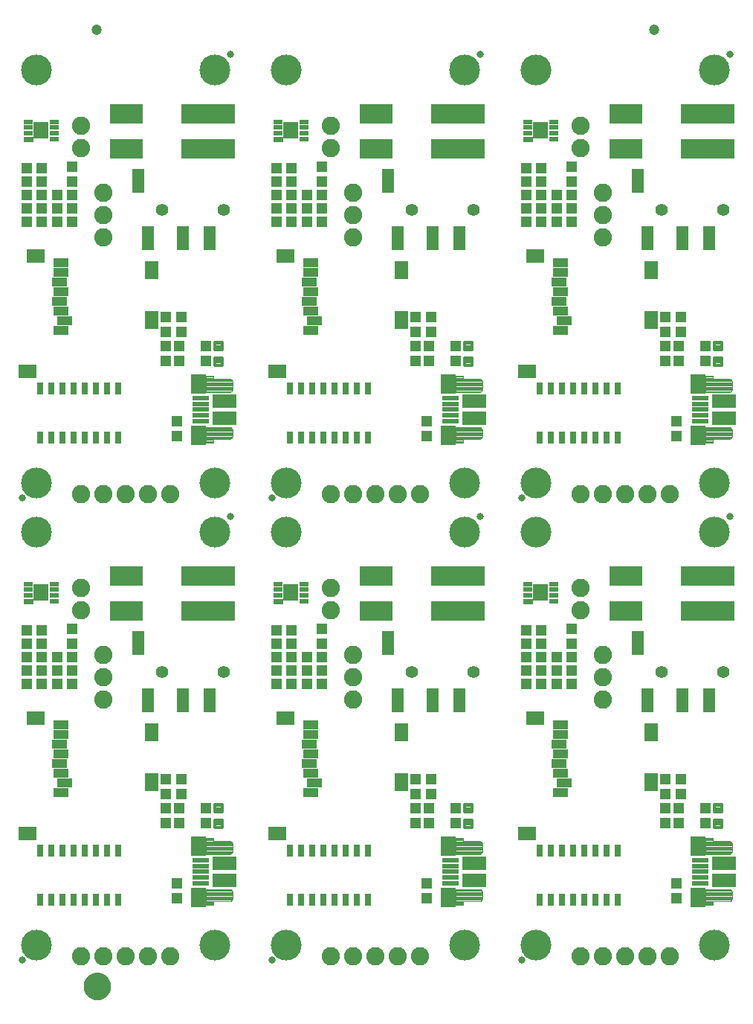
<source format=gts>
G75*
%MOIN*%
%OFA0B0*%
%FSLAX25Y25*%
%IPPOS*%
%LPD*%
%AMOC8*
5,1,8,0,0,1.08239X$1,22.5*
%
%ADD10C,0.13800*%
%ADD11C,0.03300*%
%ADD12R,0.07690X0.02375*%
%ADD13R,0.06548X0.08674*%
%ADD14R,0.10643X0.06410*%
%ADD15C,0.00400*%
%ADD16C,0.08200*%
%ADD17R,0.04737X0.05131*%
%ADD18R,0.05131X0.04737*%
%ADD19R,0.03162X0.05524*%
%ADD20R,0.04146X0.02178*%
%ADD21R,0.06706X0.07690*%
%ADD22C,0.00218*%
%ADD23R,0.06312X0.07887*%
%ADD24R,0.08280X0.06312*%
%ADD25R,0.06706X0.03950*%
%ADD26R,0.05524X0.10643*%
%ADD27C,0.05524*%
%ADD28C,0.01421*%
%ADD29R,0.14580X0.08674*%
%ADD30R,0.24422X0.08674*%
%ADD31C,0.04737*%
%ADD32C,0.05000*%
%ADD33C,0.06706*%
D10*
X0048750Y0038500D03*
X0128750Y0038500D03*
X0160750Y0038500D03*
X0240750Y0038500D03*
X0272750Y0038500D03*
X0352750Y0038500D03*
X0352750Y0223500D03*
X0352750Y0245500D03*
X0272750Y0245500D03*
X0272750Y0223500D03*
X0240750Y0223500D03*
X0240750Y0245500D03*
X0160750Y0245500D03*
X0160750Y0223500D03*
X0128750Y0223500D03*
X0128750Y0245500D03*
X0048750Y0245500D03*
X0048750Y0223500D03*
X0048750Y0430500D03*
X0128750Y0430500D03*
X0160750Y0430500D03*
X0240750Y0430500D03*
X0272750Y0430500D03*
X0352750Y0430500D03*
D11*
X0042250Y0032000D03*
X0154250Y0032000D03*
X0266250Y0032000D03*
X0247750Y0230500D03*
X0266250Y0239000D03*
X0359750Y0230500D03*
X0154250Y0239000D03*
X0135750Y0230500D03*
X0042250Y0239000D03*
X0135750Y0437500D03*
X0247750Y0437500D03*
X0359750Y0437500D03*
D12*
X0346250Y0283618D03*
X0346250Y0281059D03*
X0346250Y0278500D03*
X0346250Y0275941D03*
X0346250Y0273382D03*
X0234250Y0273382D03*
X0234250Y0275941D03*
X0234250Y0278500D03*
X0234250Y0281059D03*
X0234250Y0283618D03*
X0122250Y0283618D03*
X0122250Y0281059D03*
X0122250Y0278500D03*
X0122250Y0275941D03*
X0122250Y0273382D03*
X0122250Y0076618D03*
X0122250Y0074059D03*
X0122250Y0071500D03*
X0122250Y0068941D03*
X0122250Y0066382D03*
X0234250Y0066382D03*
X0234250Y0068941D03*
X0234250Y0071500D03*
X0234250Y0074059D03*
X0234250Y0076618D03*
X0346250Y0076618D03*
X0346250Y0074059D03*
X0346250Y0071500D03*
X0346250Y0068941D03*
X0346250Y0066382D03*
D13*
X0345167Y0060083D03*
X0345167Y0082917D03*
X0233167Y0082917D03*
X0233167Y0060083D03*
X0121167Y0060083D03*
X0121167Y0082917D03*
X0121167Y0267083D03*
X0121167Y0289917D03*
X0233167Y0289917D03*
X0233167Y0267083D03*
X0345167Y0267083D03*
X0345167Y0289917D03*
D14*
X0356781Y0282289D03*
X0356781Y0274711D03*
X0244781Y0274711D03*
X0244781Y0282289D03*
X0132781Y0282289D03*
X0132781Y0274711D03*
X0132781Y0075289D03*
X0132781Y0067711D03*
X0244781Y0067711D03*
X0244781Y0075289D03*
X0356781Y0075289D03*
X0356781Y0067711D03*
D15*
X0358947Y0063626D02*
X0348711Y0063626D01*
X0348711Y0056539D01*
X0351860Y0056539D01*
X0351860Y0058114D01*
X0358947Y0058114D01*
X0359297Y0058154D01*
X0359630Y0058270D01*
X0359929Y0058458D01*
X0360178Y0058707D01*
X0360366Y0059006D01*
X0360482Y0059339D01*
X0360522Y0059689D01*
X0360522Y0062445D01*
X0360443Y0062747D01*
X0360300Y0063023D01*
X0360098Y0063261D01*
X0359849Y0063448D01*
X0359564Y0063575D01*
X0359258Y0063635D01*
X0358947Y0063626D01*
X0359578Y0063569D02*
X0348711Y0063569D01*
X0348711Y0063170D02*
X0360175Y0063170D01*
X0360430Y0062772D02*
X0348711Y0062772D01*
X0348711Y0062373D02*
X0360522Y0062373D01*
X0360522Y0061975D02*
X0348711Y0061975D01*
X0348711Y0061576D02*
X0360522Y0061576D01*
X0360522Y0061178D02*
X0348711Y0061178D01*
X0348711Y0060779D02*
X0360522Y0060779D01*
X0360522Y0060381D02*
X0348711Y0060381D01*
X0348711Y0059982D02*
X0360522Y0059982D01*
X0360510Y0059584D02*
X0348711Y0059584D01*
X0348711Y0059185D02*
X0360429Y0059185D01*
X0360228Y0058787D02*
X0348711Y0058787D01*
X0348711Y0058388D02*
X0359818Y0058388D01*
X0351860Y0057990D02*
X0348711Y0057990D01*
X0348711Y0057591D02*
X0351860Y0057591D01*
X0351860Y0057193D02*
X0348711Y0057193D01*
X0348711Y0056794D02*
X0351860Y0056794D01*
X0348711Y0079374D02*
X0359341Y0079374D01*
X0359603Y0079404D01*
X0359853Y0079491D01*
X0360077Y0079632D01*
X0360264Y0079819D01*
X0360405Y0080043D01*
X0360492Y0080292D01*
X0360522Y0080555D01*
X0360522Y0083705D01*
X0360531Y0084016D01*
X0360471Y0084322D01*
X0360344Y0084607D01*
X0360157Y0084856D01*
X0359919Y0085058D01*
X0359642Y0085201D01*
X0359341Y0085280D01*
X0351860Y0085280D01*
X0351860Y0086461D01*
X0348711Y0086461D01*
X0348711Y0079374D01*
X0348711Y0079509D02*
X0359882Y0079509D01*
X0360320Y0079908D02*
X0348711Y0079908D01*
X0348711Y0080306D02*
X0360494Y0080306D01*
X0360522Y0080705D02*
X0348711Y0080705D01*
X0348711Y0081103D02*
X0360522Y0081103D01*
X0360522Y0081502D02*
X0348711Y0081502D01*
X0348711Y0081901D02*
X0360522Y0081901D01*
X0360522Y0082299D02*
X0348711Y0082299D01*
X0348711Y0082698D02*
X0360522Y0082698D01*
X0360522Y0083096D02*
X0348711Y0083096D01*
X0348711Y0083495D02*
X0360522Y0083495D01*
X0360527Y0083893D02*
X0348711Y0083893D01*
X0348711Y0084292D02*
X0360477Y0084292D01*
X0360281Y0084690D02*
X0348711Y0084690D01*
X0348711Y0085089D02*
X0359859Y0085089D01*
X0351860Y0085487D02*
X0348711Y0085487D01*
X0348711Y0085886D02*
X0351860Y0085886D01*
X0351860Y0086284D02*
X0348711Y0086284D01*
X0248531Y0084016D02*
X0248522Y0083705D01*
X0248522Y0080555D01*
X0248492Y0080292D01*
X0248405Y0080043D01*
X0248264Y0079819D01*
X0248077Y0079632D01*
X0247853Y0079491D01*
X0247603Y0079404D01*
X0247341Y0079374D01*
X0236711Y0079374D01*
X0236711Y0086461D01*
X0239860Y0086461D01*
X0239860Y0085280D01*
X0247341Y0085280D01*
X0247642Y0085201D01*
X0247919Y0085058D01*
X0248157Y0084856D01*
X0248344Y0084607D01*
X0248471Y0084322D01*
X0248531Y0084016D01*
X0248527Y0083893D02*
X0236711Y0083893D01*
X0236711Y0083495D02*
X0248522Y0083495D01*
X0248522Y0083096D02*
X0236711Y0083096D01*
X0236711Y0082698D02*
X0248522Y0082698D01*
X0248522Y0082299D02*
X0236711Y0082299D01*
X0236711Y0081901D02*
X0248522Y0081901D01*
X0248522Y0081502D02*
X0236711Y0081502D01*
X0236711Y0081103D02*
X0248522Y0081103D01*
X0248522Y0080705D02*
X0236711Y0080705D01*
X0236711Y0080306D02*
X0248494Y0080306D01*
X0248320Y0079908D02*
X0236711Y0079908D01*
X0236711Y0079509D02*
X0247882Y0079509D01*
X0248477Y0084292D02*
X0236711Y0084292D01*
X0236711Y0084690D02*
X0248281Y0084690D01*
X0247859Y0085089D02*
X0236711Y0085089D01*
X0236711Y0085487D02*
X0239860Y0085487D01*
X0239860Y0085886D02*
X0236711Y0085886D01*
X0236711Y0086284D02*
X0239860Y0086284D01*
X0236711Y0063626D02*
X0246947Y0063626D01*
X0247258Y0063635D01*
X0247564Y0063575D01*
X0247849Y0063448D01*
X0248098Y0063261D01*
X0248300Y0063023D01*
X0248443Y0062747D01*
X0248522Y0062445D01*
X0248522Y0059689D01*
X0248482Y0059339D01*
X0248366Y0059006D01*
X0248178Y0058707D01*
X0247929Y0058458D01*
X0247630Y0058270D01*
X0247297Y0058154D01*
X0246947Y0058114D01*
X0239860Y0058114D01*
X0239860Y0056539D01*
X0236711Y0056539D01*
X0236711Y0063626D01*
X0236711Y0063569D02*
X0247578Y0063569D01*
X0248175Y0063170D02*
X0236711Y0063170D01*
X0236711Y0062772D02*
X0248430Y0062772D01*
X0248522Y0062373D02*
X0236711Y0062373D01*
X0236711Y0061975D02*
X0248522Y0061975D01*
X0248522Y0061576D02*
X0236711Y0061576D01*
X0236711Y0061178D02*
X0248522Y0061178D01*
X0248522Y0060779D02*
X0236711Y0060779D01*
X0236711Y0060381D02*
X0248522Y0060381D01*
X0248522Y0059982D02*
X0236711Y0059982D01*
X0236711Y0059584D02*
X0248510Y0059584D01*
X0248429Y0059185D02*
X0236711Y0059185D01*
X0236711Y0058787D02*
X0248228Y0058787D01*
X0247818Y0058388D02*
X0236711Y0058388D01*
X0236711Y0057990D02*
X0239860Y0057990D01*
X0239860Y0057591D02*
X0236711Y0057591D01*
X0236711Y0057193D02*
X0239860Y0057193D01*
X0239860Y0056794D02*
X0236711Y0056794D01*
X0136522Y0059689D02*
X0136482Y0059339D01*
X0136366Y0059006D01*
X0136178Y0058707D01*
X0135929Y0058458D01*
X0135630Y0058270D01*
X0135297Y0058154D01*
X0134947Y0058114D01*
X0127860Y0058114D01*
X0127860Y0056539D01*
X0124711Y0056539D01*
X0124711Y0063626D01*
X0134947Y0063626D01*
X0135258Y0063635D01*
X0135564Y0063575D01*
X0135849Y0063448D01*
X0136098Y0063261D01*
X0136300Y0063023D01*
X0136443Y0062747D01*
X0136522Y0062445D01*
X0136522Y0059689D01*
X0136510Y0059584D02*
X0124711Y0059584D01*
X0124711Y0059982D02*
X0136522Y0059982D01*
X0136522Y0060381D02*
X0124711Y0060381D01*
X0124711Y0060779D02*
X0136522Y0060779D01*
X0136522Y0061178D02*
X0124711Y0061178D01*
X0124711Y0061576D02*
X0136522Y0061576D01*
X0136522Y0061975D02*
X0124711Y0061975D01*
X0124711Y0062373D02*
X0136522Y0062373D01*
X0136430Y0062772D02*
X0124711Y0062772D01*
X0124711Y0063170D02*
X0136175Y0063170D01*
X0135578Y0063569D02*
X0124711Y0063569D01*
X0124711Y0059185D02*
X0136429Y0059185D01*
X0136228Y0058787D02*
X0124711Y0058787D01*
X0124711Y0058388D02*
X0135818Y0058388D01*
X0127860Y0057990D02*
X0124711Y0057990D01*
X0124711Y0057591D02*
X0127860Y0057591D01*
X0127860Y0057193D02*
X0124711Y0057193D01*
X0124711Y0056794D02*
X0127860Y0056794D01*
X0124711Y0079374D02*
X0135341Y0079374D01*
X0135603Y0079404D01*
X0135853Y0079491D01*
X0136077Y0079632D01*
X0136264Y0079819D01*
X0136405Y0080043D01*
X0136492Y0080292D01*
X0136522Y0080555D01*
X0136522Y0083705D01*
X0136531Y0084016D01*
X0136471Y0084322D01*
X0136344Y0084607D01*
X0136157Y0084856D01*
X0135919Y0085058D01*
X0135642Y0085201D01*
X0135341Y0085280D01*
X0127860Y0085280D01*
X0127860Y0086461D01*
X0124711Y0086461D01*
X0124711Y0079374D01*
X0124711Y0079509D02*
X0135882Y0079509D01*
X0136320Y0079908D02*
X0124711Y0079908D01*
X0124711Y0080306D02*
X0136494Y0080306D01*
X0136522Y0080705D02*
X0124711Y0080705D01*
X0124711Y0081103D02*
X0136522Y0081103D01*
X0136522Y0081502D02*
X0124711Y0081502D01*
X0124711Y0081901D02*
X0136522Y0081901D01*
X0136522Y0082299D02*
X0124711Y0082299D01*
X0124711Y0082698D02*
X0136522Y0082698D01*
X0136522Y0083096D02*
X0124711Y0083096D01*
X0124711Y0083495D02*
X0136522Y0083495D01*
X0136527Y0083893D02*
X0124711Y0083893D01*
X0124711Y0084292D02*
X0136477Y0084292D01*
X0136281Y0084690D02*
X0124711Y0084690D01*
X0124711Y0085089D02*
X0135859Y0085089D01*
X0127860Y0085487D02*
X0124711Y0085487D01*
X0124711Y0085886D02*
X0127860Y0085886D01*
X0127860Y0086284D02*
X0124711Y0086284D01*
X0124711Y0263539D02*
X0127860Y0263539D01*
X0127860Y0265114D01*
X0134947Y0265114D01*
X0135297Y0265154D01*
X0135630Y0265270D01*
X0135929Y0265458D01*
X0136178Y0265707D01*
X0136366Y0266006D01*
X0136482Y0266339D01*
X0136522Y0266689D01*
X0136522Y0269445D01*
X0136443Y0269747D01*
X0136300Y0270023D01*
X0136098Y0270261D01*
X0135849Y0270448D01*
X0135564Y0270575D01*
X0135258Y0270635D01*
X0134947Y0270626D01*
X0124711Y0270626D01*
X0124711Y0263539D01*
X0124711Y0263622D02*
X0127860Y0263622D01*
X0127860Y0264020D02*
X0124711Y0264020D01*
X0124711Y0264419D02*
X0127860Y0264419D01*
X0127860Y0264817D02*
X0124711Y0264817D01*
X0124711Y0265216D02*
X0135475Y0265216D01*
X0136085Y0265614D02*
X0124711Y0265614D01*
X0124711Y0266013D02*
X0136368Y0266013D01*
X0136490Y0266411D02*
X0124711Y0266411D01*
X0124711Y0266810D02*
X0136522Y0266810D01*
X0136522Y0267208D02*
X0124711Y0267208D01*
X0124711Y0267607D02*
X0136522Y0267607D01*
X0136522Y0268005D02*
X0124711Y0268005D01*
X0124711Y0268404D02*
X0136522Y0268404D01*
X0136522Y0268802D02*
X0124711Y0268802D01*
X0124711Y0269201D02*
X0136522Y0269201D01*
X0136482Y0269599D02*
X0124711Y0269599D01*
X0124711Y0269998D02*
X0136313Y0269998D01*
X0135918Y0270396D02*
X0124711Y0270396D01*
X0124711Y0286374D02*
X0135341Y0286374D01*
X0135603Y0286404D01*
X0135853Y0286491D01*
X0136077Y0286632D01*
X0136264Y0286819D01*
X0136405Y0287043D01*
X0136492Y0287292D01*
X0136522Y0287555D01*
X0136522Y0290705D01*
X0136531Y0291016D01*
X0136471Y0291322D01*
X0136344Y0291607D01*
X0136157Y0291856D01*
X0135919Y0292058D01*
X0135642Y0292201D01*
X0135341Y0292280D01*
X0127860Y0292280D01*
X0127860Y0293461D01*
X0124711Y0293461D01*
X0124711Y0286374D01*
X0124711Y0286735D02*
X0136181Y0286735D01*
X0136437Y0287134D02*
X0124711Y0287134D01*
X0124711Y0287532D02*
X0136519Y0287532D01*
X0136522Y0287931D02*
X0124711Y0287931D01*
X0124711Y0288329D02*
X0136522Y0288329D01*
X0136522Y0288728D02*
X0124711Y0288728D01*
X0124711Y0289126D02*
X0136522Y0289126D01*
X0136522Y0289525D02*
X0124711Y0289525D01*
X0124711Y0289923D02*
X0136522Y0289923D01*
X0136522Y0290322D02*
X0124711Y0290322D01*
X0124711Y0290720D02*
X0136522Y0290720D01*
X0136511Y0291119D02*
X0124711Y0291119D01*
X0124711Y0291517D02*
X0136384Y0291517D01*
X0136086Y0291916D02*
X0124711Y0291916D01*
X0124711Y0292314D02*
X0127860Y0292314D01*
X0127860Y0292713D02*
X0124711Y0292713D01*
X0124711Y0293112D02*
X0127860Y0293112D01*
X0236711Y0293112D02*
X0239860Y0293112D01*
X0239860Y0293461D02*
X0239860Y0292280D01*
X0247341Y0292280D01*
X0247642Y0292201D01*
X0247919Y0292058D01*
X0248157Y0291856D01*
X0248344Y0291607D01*
X0248471Y0291322D01*
X0248531Y0291016D01*
X0248522Y0290705D01*
X0248522Y0287555D01*
X0248492Y0287292D01*
X0248405Y0287043D01*
X0248264Y0286819D01*
X0248077Y0286632D01*
X0247853Y0286491D01*
X0247603Y0286404D01*
X0247341Y0286374D01*
X0236711Y0286374D01*
X0236711Y0293461D01*
X0239860Y0293461D01*
X0239860Y0292713D02*
X0236711Y0292713D01*
X0236711Y0292314D02*
X0239860Y0292314D01*
X0236711Y0291916D02*
X0248086Y0291916D01*
X0248384Y0291517D02*
X0236711Y0291517D01*
X0236711Y0291119D02*
X0248511Y0291119D01*
X0248522Y0290720D02*
X0236711Y0290720D01*
X0236711Y0290322D02*
X0248522Y0290322D01*
X0248522Y0289923D02*
X0236711Y0289923D01*
X0236711Y0289525D02*
X0248522Y0289525D01*
X0248522Y0289126D02*
X0236711Y0289126D01*
X0236711Y0288728D02*
X0248522Y0288728D01*
X0248522Y0288329D02*
X0236711Y0288329D01*
X0236711Y0287931D02*
X0248522Y0287931D01*
X0248519Y0287532D02*
X0236711Y0287532D01*
X0236711Y0287134D02*
X0248437Y0287134D01*
X0248181Y0286735D02*
X0236711Y0286735D01*
X0236711Y0270626D02*
X0246947Y0270626D01*
X0247258Y0270635D01*
X0247564Y0270575D01*
X0247849Y0270448D01*
X0248098Y0270261D01*
X0248300Y0270023D01*
X0248443Y0269747D01*
X0248522Y0269445D01*
X0248522Y0266689D01*
X0248482Y0266339D01*
X0248366Y0266006D01*
X0248178Y0265707D01*
X0247929Y0265458D01*
X0247630Y0265270D01*
X0247297Y0265154D01*
X0246947Y0265114D01*
X0239860Y0265114D01*
X0239860Y0263539D01*
X0236711Y0263539D01*
X0236711Y0270626D01*
X0236711Y0270396D02*
X0247918Y0270396D01*
X0248313Y0269998D02*
X0236711Y0269998D01*
X0236711Y0269599D02*
X0248482Y0269599D01*
X0248522Y0269201D02*
X0236711Y0269201D01*
X0236711Y0268802D02*
X0248522Y0268802D01*
X0248522Y0268404D02*
X0236711Y0268404D01*
X0236711Y0268005D02*
X0248522Y0268005D01*
X0248522Y0267607D02*
X0236711Y0267607D01*
X0236711Y0267208D02*
X0248522Y0267208D01*
X0248522Y0266810D02*
X0236711Y0266810D01*
X0236711Y0266411D02*
X0248490Y0266411D01*
X0248368Y0266013D02*
X0236711Y0266013D01*
X0236711Y0265614D02*
X0248085Y0265614D01*
X0247475Y0265216D02*
X0236711Y0265216D01*
X0236711Y0264817D02*
X0239860Y0264817D01*
X0239860Y0264419D02*
X0236711Y0264419D01*
X0236711Y0264020D02*
X0239860Y0264020D01*
X0239860Y0263622D02*
X0236711Y0263622D01*
X0348711Y0263622D02*
X0351860Y0263622D01*
X0351860Y0263539D02*
X0348711Y0263539D01*
X0348711Y0270626D01*
X0358947Y0270626D01*
X0359258Y0270635D01*
X0359564Y0270575D01*
X0359849Y0270448D01*
X0360098Y0270261D01*
X0360300Y0270023D01*
X0360443Y0269747D01*
X0360522Y0269445D01*
X0360522Y0266689D01*
X0360482Y0266339D01*
X0360366Y0266006D01*
X0360178Y0265707D01*
X0359929Y0265458D01*
X0359630Y0265270D01*
X0359297Y0265154D01*
X0358947Y0265114D01*
X0351860Y0265114D01*
X0351860Y0263539D01*
X0351860Y0264020D02*
X0348711Y0264020D01*
X0348711Y0264419D02*
X0351860Y0264419D01*
X0351860Y0264817D02*
X0348711Y0264817D01*
X0348711Y0265216D02*
X0359475Y0265216D01*
X0360085Y0265614D02*
X0348711Y0265614D01*
X0348711Y0266013D02*
X0360368Y0266013D01*
X0360490Y0266411D02*
X0348711Y0266411D01*
X0348711Y0266810D02*
X0360522Y0266810D01*
X0360522Y0267208D02*
X0348711Y0267208D01*
X0348711Y0267607D02*
X0360522Y0267607D01*
X0360522Y0268005D02*
X0348711Y0268005D01*
X0348711Y0268404D02*
X0360522Y0268404D01*
X0360522Y0268802D02*
X0348711Y0268802D01*
X0348711Y0269201D02*
X0360522Y0269201D01*
X0360482Y0269599D02*
X0348711Y0269599D01*
X0348711Y0269998D02*
X0360313Y0269998D01*
X0359918Y0270396D02*
X0348711Y0270396D01*
X0348711Y0286374D02*
X0359341Y0286374D01*
X0359603Y0286404D01*
X0359853Y0286491D01*
X0360077Y0286632D01*
X0360264Y0286819D01*
X0360405Y0287043D01*
X0360492Y0287292D01*
X0360522Y0287555D01*
X0360522Y0290705D01*
X0360531Y0291016D01*
X0360471Y0291322D01*
X0360344Y0291607D01*
X0360157Y0291856D01*
X0359919Y0292058D01*
X0359642Y0292201D01*
X0359341Y0292280D01*
X0351860Y0292280D01*
X0351860Y0293461D01*
X0348711Y0293461D01*
X0348711Y0286374D01*
X0348711Y0286735D02*
X0360181Y0286735D01*
X0360437Y0287134D02*
X0348711Y0287134D01*
X0348711Y0287532D02*
X0360519Y0287532D01*
X0360522Y0287931D02*
X0348711Y0287931D01*
X0348711Y0288329D02*
X0360522Y0288329D01*
X0360522Y0288728D02*
X0348711Y0288728D01*
X0348711Y0289126D02*
X0360522Y0289126D01*
X0360522Y0289525D02*
X0348711Y0289525D01*
X0348711Y0289923D02*
X0360522Y0289923D01*
X0360522Y0290322D02*
X0348711Y0290322D01*
X0348711Y0290720D02*
X0360522Y0290720D01*
X0360511Y0291119D02*
X0348711Y0291119D01*
X0348711Y0291517D02*
X0360384Y0291517D01*
X0360086Y0291916D02*
X0348711Y0291916D01*
X0348711Y0292314D02*
X0351860Y0292314D01*
X0351860Y0292713D02*
X0348711Y0292713D01*
X0348711Y0293112D02*
X0351860Y0293112D01*
D16*
X0332750Y0240500D03*
X0322750Y0240500D03*
X0312750Y0240500D03*
X0302750Y0240500D03*
X0292750Y0240500D03*
X0292750Y0198500D03*
X0292750Y0188500D03*
X0302750Y0168500D03*
X0302750Y0158500D03*
X0302750Y0148500D03*
X0220750Y0240500D03*
X0210750Y0240500D03*
X0200750Y0240500D03*
X0190750Y0240500D03*
X0180750Y0240500D03*
X0180750Y0198500D03*
X0180750Y0188500D03*
X0190750Y0168500D03*
X0190750Y0158500D03*
X0190750Y0148500D03*
X0108750Y0240500D03*
X0098750Y0240500D03*
X0088750Y0240500D03*
X0078750Y0240500D03*
X0068750Y0240500D03*
X0068750Y0198500D03*
X0068750Y0188500D03*
X0078750Y0168500D03*
X0078750Y0158500D03*
X0078750Y0148500D03*
X0078750Y0033500D03*
X0068750Y0033500D03*
X0088750Y0033500D03*
X0098750Y0033500D03*
X0108750Y0033500D03*
X0180750Y0033500D03*
X0190750Y0033500D03*
X0200750Y0033500D03*
X0210750Y0033500D03*
X0220750Y0033500D03*
X0292750Y0033500D03*
X0302750Y0033500D03*
X0312750Y0033500D03*
X0322750Y0033500D03*
X0332750Y0033500D03*
X0302750Y0355500D03*
X0302750Y0365500D03*
X0302750Y0375500D03*
X0292750Y0395500D03*
X0292750Y0405500D03*
X0190750Y0375500D03*
X0190750Y0365500D03*
X0190750Y0355500D03*
X0180750Y0395500D03*
X0180750Y0405500D03*
X0078750Y0375500D03*
X0078750Y0365500D03*
X0078750Y0355500D03*
X0068750Y0395500D03*
X0068750Y0405500D03*
D17*
X0064750Y0387346D03*
X0064750Y0380654D03*
X0106750Y0319846D03*
X0113750Y0319846D03*
X0113750Y0313154D03*
X0112750Y0306846D03*
X0106750Y0306846D03*
X0106750Y0313154D03*
X0106750Y0300154D03*
X0112750Y0300154D03*
X0124750Y0300154D03*
X0124750Y0306846D03*
X0111750Y0273346D03*
X0111750Y0266654D03*
X0064750Y0180346D03*
X0064750Y0173654D03*
X0106750Y0112846D03*
X0113750Y0112846D03*
X0113750Y0106154D03*
X0112750Y0099846D03*
X0106750Y0099846D03*
X0106750Y0106154D03*
X0106750Y0093154D03*
X0112750Y0093154D03*
X0124750Y0093154D03*
X0124750Y0099846D03*
X0111750Y0066346D03*
X0111750Y0059654D03*
X0218750Y0093154D03*
X0224750Y0093154D03*
X0224750Y0099846D03*
X0225750Y0106154D03*
X0225750Y0112846D03*
X0218750Y0112846D03*
X0218750Y0106154D03*
X0218750Y0099846D03*
X0236750Y0099846D03*
X0236750Y0093154D03*
X0223750Y0066346D03*
X0223750Y0059654D03*
X0330750Y0093154D03*
X0336750Y0093154D03*
X0336750Y0099846D03*
X0330750Y0099846D03*
X0330750Y0106154D03*
X0337750Y0106154D03*
X0337750Y0112846D03*
X0330750Y0112846D03*
X0348750Y0099846D03*
X0348750Y0093154D03*
X0335750Y0066346D03*
X0335750Y0059654D03*
X0288750Y0173654D03*
X0288750Y0180346D03*
X0335750Y0266654D03*
X0335750Y0273346D03*
X0336750Y0300154D03*
X0330750Y0300154D03*
X0330750Y0306846D03*
X0336750Y0306846D03*
X0337750Y0313154D03*
X0330750Y0313154D03*
X0330750Y0319846D03*
X0337750Y0319846D03*
X0348750Y0306846D03*
X0348750Y0300154D03*
X0288750Y0380654D03*
X0288750Y0387346D03*
X0225750Y0319846D03*
X0225750Y0313154D03*
X0224750Y0306846D03*
X0218750Y0306846D03*
X0218750Y0313154D03*
X0218750Y0319846D03*
X0236750Y0306846D03*
X0236750Y0300154D03*
X0224750Y0300154D03*
X0218750Y0300154D03*
X0223750Y0273346D03*
X0223750Y0266654D03*
X0176750Y0180346D03*
X0176750Y0173654D03*
X0176750Y0380654D03*
X0176750Y0387346D03*
D18*
X0176596Y0374500D03*
X0176596Y0368500D03*
X0176596Y0362500D03*
X0169904Y0362500D03*
X0169904Y0368500D03*
X0169904Y0374500D03*
X0163096Y0374500D03*
X0163096Y0368500D03*
X0163096Y0362500D03*
X0156404Y0362500D03*
X0156404Y0368500D03*
X0156404Y0374500D03*
X0156404Y0380500D03*
X0156404Y0386500D03*
X0163096Y0386500D03*
X0163096Y0380500D03*
X0064596Y0374500D03*
X0064596Y0368500D03*
X0064596Y0362500D03*
X0057904Y0362500D03*
X0057904Y0368500D03*
X0057904Y0374500D03*
X0051096Y0374500D03*
X0051096Y0368500D03*
X0051096Y0362500D03*
X0044404Y0362500D03*
X0044404Y0368500D03*
X0044404Y0374500D03*
X0044404Y0380500D03*
X0044404Y0386500D03*
X0051096Y0386500D03*
X0051096Y0380500D03*
X0051096Y0179500D03*
X0044404Y0179500D03*
X0044404Y0173500D03*
X0044404Y0167500D03*
X0044404Y0161500D03*
X0044404Y0155500D03*
X0051096Y0155500D03*
X0051096Y0161500D03*
X0051096Y0167500D03*
X0051096Y0173500D03*
X0057904Y0167500D03*
X0057904Y0161500D03*
X0057904Y0155500D03*
X0064596Y0155500D03*
X0064596Y0161500D03*
X0064596Y0167500D03*
X0156404Y0167500D03*
X0156404Y0161500D03*
X0156404Y0155500D03*
X0163096Y0155500D03*
X0163096Y0161500D03*
X0163096Y0167500D03*
X0163096Y0173500D03*
X0169904Y0167500D03*
X0169904Y0161500D03*
X0169904Y0155500D03*
X0176596Y0155500D03*
X0176596Y0161500D03*
X0176596Y0167500D03*
X0163096Y0179500D03*
X0156404Y0179500D03*
X0156404Y0173500D03*
X0268404Y0173500D03*
X0268404Y0167500D03*
X0268404Y0161500D03*
X0268404Y0155500D03*
X0275096Y0155500D03*
X0275096Y0161500D03*
X0275096Y0167500D03*
X0275096Y0173500D03*
X0275096Y0179500D03*
X0268404Y0179500D03*
X0281904Y0167500D03*
X0281904Y0161500D03*
X0281904Y0155500D03*
X0288596Y0155500D03*
X0288596Y0161500D03*
X0288596Y0167500D03*
X0288596Y0362500D03*
X0288596Y0368500D03*
X0288596Y0374500D03*
X0281904Y0374500D03*
X0281904Y0368500D03*
X0281904Y0362500D03*
X0275096Y0362500D03*
X0275096Y0368500D03*
X0275096Y0374500D03*
X0268404Y0374500D03*
X0268404Y0368500D03*
X0268404Y0362500D03*
X0268404Y0380500D03*
X0268404Y0386500D03*
X0275096Y0386500D03*
X0275096Y0380500D03*
D19*
X0274250Y0288024D03*
X0279250Y0288024D03*
X0284250Y0288024D03*
X0289250Y0288024D03*
X0294250Y0288024D03*
X0299250Y0288024D03*
X0304250Y0288024D03*
X0309250Y0288024D03*
X0309250Y0265976D03*
X0304250Y0265976D03*
X0299250Y0265976D03*
X0294250Y0265976D03*
X0289250Y0265976D03*
X0284250Y0265976D03*
X0279250Y0265976D03*
X0274250Y0265976D03*
X0197250Y0265976D03*
X0192250Y0265976D03*
X0187250Y0265976D03*
X0182250Y0265976D03*
X0177250Y0265976D03*
X0172250Y0265976D03*
X0167250Y0265976D03*
X0162250Y0265976D03*
X0162250Y0288024D03*
X0167250Y0288024D03*
X0172250Y0288024D03*
X0177250Y0288024D03*
X0182250Y0288024D03*
X0187250Y0288024D03*
X0192250Y0288024D03*
X0197250Y0288024D03*
X0085250Y0288024D03*
X0080250Y0288024D03*
X0075250Y0288024D03*
X0070250Y0288024D03*
X0065250Y0288024D03*
X0060250Y0288024D03*
X0055250Y0288024D03*
X0050250Y0288024D03*
X0050250Y0265976D03*
X0055250Y0265976D03*
X0060250Y0265976D03*
X0065250Y0265976D03*
X0070250Y0265976D03*
X0075250Y0265976D03*
X0080250Y0265976D03*
X0085250Y0265976D03*
X0085250Y0081024D03*
X0080250Y0081024D03*
X0075250Y0081024D03*
X0070250Y0081024D03*
X0065250Y0081024D03*
X0060250Y0081024D03*
X0055250Y0081024D03*
X0050250Y0081024D03*
X0050250Y0058976D03*
X0055250Y0058976D03*
X0060250Y0058976D03*
X0065250Y0058976D03*
X0070250Y0058976D03*
X0075250Y0058976D03*
X0080250Y0058976D03*
X0085250Y0058976D03*
X0162250Y0058976D03*
X0167250Y0058976D03*
X0172250Y0058976D03*
X0177250Y0058976D03*
X0182250Y0058976D03*
X0187250Y0058976D03*
X0192250Y0058976D03*
X0197250Y0058976D03*
X0197250Y0081024D03*
X0192250Y0081024D03*
X0187250Y0081024D03*
X0182250Y0081024D03*
X0177250Y0081024D03*
X0172250Y0081024D03*
X0167250Y0081024D03*
X0162250Y0081024D03*
X0274250Y0081024D03*
X0279250Y0081024D03*
X0284250Y0081024D03*
X0289250Y0081024D03*
X0294250Y0081024D03*
X0299250Y0081024D03*
X0304250Y0081024D03*
X0309250Y0081024D03*
X0309250Y0058976D03*
X0304250Y0058976D03*
X0299250Y0058976D03*
X0294250Y0058976D03*
X0289250Y0058976D03*
X0284250Y0058976D03*
X0279250Y0058976D03*
X0274250Y0058976D03*
D20*
X0280557Y0192661D03*
X0280557Y0195220D03*
X0280557Y0197780D03*
X0280557Y0200339D03*
X0268943Y0200339D03*
X0268943Y0197780D03*
X0268943Y0195220D03*
X0168557Y0195220D03*
X0168557Y0192661D03*
X0168557Y0197780D03*
X0168557Y0200339D03*
X0156943Y0200339D03*
X0156943Y0197780D03*
X0156943Y0195220D03*
X0056557Y0195220D03*
X0056557Y0192661D03*
X0056557Y0197780D03*
X0056557Y0200339D03*
X0044943Y0200339D03*
X0044943Y0197780D03*
X0044943Y0195220D03*
X0056557Y0399661D03*
X0056557Y0402220D03*
X0056557Y0404780D03*
X0056557Y0407339D03*
X0044943Y0407339D03*
X0044943Y0404780D03*
X0044943Y0402220D03*
X0156943Y0402220D03*
X0156943Y0404780D03*
X0156943Y0407339D03*
X0168557Y0407339D03*
X0168557Y0404780D03*
X0168557Y0402220D03*
X0168557Y0399661D03*
X0268943Y0402220D03*
X0268943Y0404780D03*
X0268943Y0407339D03*
X0280557Y0407339D03*
X0280557Y0404780D03*
X0280557Y0402220D03*
X0280557Y0399661D03*
D21*
X0274750Y0403500D03*
X0162750Y0403500D03*
X0050750Y0403500D03*
X0050750Y0196500D03*
X0162750Y0196500D03*
X0274750Y0196500D03*
D22*
X0270907Y0191681D02*
X0266979Y0191681D01*
X0266979Y0193641D01*
X0270907Y0193641D01*
X0270907Y0191681D01*
X0270907Y0191898D02*
X0266979Y0191898D01*
X0266979Y0192115D02*
X0270907Y0192115D01*
X0270907Y0192332D02*
X0266979Y0192332D01*
X0266979Y0192549D02*
X0270907Y0192549D01*
X0270907Y0192766D02*
X0266979Y0192766D01*
X0266979Y0192983D02*
X0270907Y0192983D01*
X0270907Y0193200D02*
X0266979Y0193200D01*
X0266979Y0193417D02*
X0270907Y0193417D01*
X0270907Y0193634D02*
X0266979Y0193634D01*
X0158907Y0191681D02*
X0154979Y0191681D01*
X0154979Y0193641D01*
X0158907Y0193641D01*
X0158907Y0191681D01*
X0158907Y0191898D02*
X0154979Y0191898D01*
X0154979Y0192115D02*
X0158907Y0192115D01*
X0158907Y0192332D02*
X0154979Y0192332D01*
X0154979Y0192549D02*
X0158907Y0192549D01*
X0158907Y0192766D02*
X0154979Y0192766D01*
X0154979Y0192983D02*
X0158907Y0192983D01*
X0158907Y0193200D02*
X0154979Y0193200D01*
X0154979Y0193417D02*
X0158907Y0193417D01*
X0158907Y0193634D02*
X0154979Y0193634D01*
X0046907Y0191681D02*
X0042979Y0191681D01*
X0042979Y0193641D01*
X0046907Y0193641D01*
X0046907Y0191681D01*
X0046907Y0191898D02*
X0042979Y0191898D01*
X0042979Y0192115D02*
X0046907Y0192115D01*
X0046907Y0192332D02*
X0042979Y0192332D01*
X0042979Y0192549D02*
X0046907Y0192549D01*
X0046907Y0192766D02*
X0042979Y0192766D01*
X0042979Y0192983D02*
X0046907Y0192983D01*
X0046907Y0193200D02*
X0042979Y0193200D01*
X0042979Y0193417D02*
X0046907Y0193417D01*
X0046907Y0193634D02*
X0042979Y0193634D01*
X0042979Y0398681D02*
X0046907Y0398681D01*
X0042979Y0398681D02*
X0042979Y0400641D01*
X0046907Y0400641D01*
X0046907Y0398681D01*
X0046907Y0398898D02*
X0042979Y0398898D01*
X0042979Y0399115D02*
X0046907Y0399115D01*
X0046907Y0399332D02*
X0042979Y0399332D01*
X0042979Y0399549D02*
X0046907Y0399549D01*
X0046907Y0399766D02*
X0042979Y0399766D01*
X0042979Y0399983D02*
X0046907Y0399983D01*
X0046907Y0400200D02*
X0042979Y0400200D01*
X0042979Y0400417D02*
X0046907Y0400417D01*
X0046907Y0400634D02*
X0042979Y0400634D01*
X0154979Y0398681D02*
X0158907Y0398681D01*
X0154979Y0398681D02*
X0154979Y0400641D01*
X0158907Y0400641D01*
X0158907Y0398681D01*
X0158907Y0398898D02*
X0154979Y0398898D01*
X0154979Y0399115D02*
X0158907Y0399115D01*
X0158907Y0399332D02*
X0154979Y0399332D01*
X0154979Y0399549D02*
X0158907Y0399549D01*
X0158907Y0399766D02*
X0154979Y0399766D01*
X0154979Y0399983D02*
X0158907Y0399983D01*
X0158907Y0400200D02*
X0154979Y0400200D01*
X0154979Y0400417D02*
X0158907Y0400417D01*
X0158907Y0400634D02*
X0154979Y0400634D01*
X0266979Y0398681D02*
X0270907Y0398681D01*
X0266979Y0398681D02*
X0266979Y0400641D01*
X0270907Y0400641D01*
X0270907Y0398681D01*
X0270907Y0398898D02*
X0266979Y0398898D01*
X0266979Y0399115D02*
X0270907Y0399115D01*
X0270907Y0399332D02*
X0266979Y0399332D01*
X0266979Y0399549D02*
X0270907Y0399549D01*
X0270907Y0399766D02*
X0266979Y0399766D01*
X0266979Y0399983D02*
X0270907Y0399983D01*
X0270907Y0400200D02*
X0266979Y0400200D01*
X0266979Y0400417D02*
X0270907Y0400417D01*
X0270907Y0400634D02*
X0266979Y0400634D01*
D23*
X0212175Y0340929D03*
X0212175Y0318488D03*
X0100175Y0318488D03*
X0100175Y0340929D03*
X0100175Y0133929D03*
X0100175Y0111488D03*
X0212175Y0111488D03*
X0212175Y0133929D03*
X0324175Y0133929D03*
X0324175Y0111488D03*
X0324175Y0318488D03*
X0324175Y0340929D03*
D24*
X0272404Y0347228D03*
X0268467Y0295457D03*
X0160404Y0347228D03*
X0156467Y0295457D03*
X0048404Y0347228D03*
X0044467Y0295457D03*
X0048404Y0140228D03*
X0044467Y0088457D03*
X0156467Y0088457D03*
X0160404Y0140228D03*
X0268467Y0088457D03*
X0272404Y0140228D03*
D25*
X0283624Y0137118D03*
X0283624Y0132787D03*
X0282837Y0128457D03*
X0283624Y0124126D03*
X0282837Y0119795D03*
X0283624Y0115465D03*
X0285199Y0111134D03*
X0283624Y0106803D03*
X0173199Y0111134D03*
X0171624Y0115465D03*
X0170837Y0119795D03*
X0171624Y0124126D03*
X0170837Y0128457D03*
X0171624Y0132787D03*
X0171624Y0137118D03*
X0171624Y0106803D03*
X0061199Y0111134D03*
X0059624Y0115465D03*
X0058837Y0119795D03*
X0059624Y0124126D03*
X0058837Y0128457D03*
X0059624Y0132787D03*
X0059624Y0137118D03*
X0059624Y0106803D03*
X0059624Y0313803D03*
X0061199Y0318134D03*
X0059624Y0322465D03*
X0058837Y0326795D03*
X0059624Y0331126D03*
X0058837Y0335457D03*
X0059624Y0339787D03*
X0059624Y0344118D03*
X0170837Y0335457D03*
X0171624Y0339787D03*
X0171624Y0344118D03*
X0171624Y0331126D03*
X0170837Y0326795D03*
X0171624Y0322465D03*
X0173199Y0318134D03*
X0171624Y0313803D03*
X0282837Y0326795D03*
X0283624Y0322465D03*
X0285199Y0318134D03*
X0283624Y0313803D03*
X0283624Y0331126D03*
X0282837Y0335457D03*
X0283624Y0339787D03*
X0283624Y0344118D03*
D26*
X0322593Y0355205D03*
X0338341Y0355205D03*
X0350152Y0355205D03*
X0318262Y0380795D03*
X0238152Y0355205D03*
X0226341Y0355205D03*
X0210593Y0355205D03*
X0206262Y0380795D03*
X0126152Y0355205D03*
X0114341Y0355205D03*
X0098593Y0355205D03*
X0094262Y0380795D03*
X0094262Y0173795D03*
X0098593Y0148205D03*
X0114341Y0148205D03*
X0126152Y0148205D03*
X0206262Y0173795D03*
X0210593Y0148205D03*
X0226341Y0148205D03*
X0238152Y0148205D03*
X0318262Y0173795D03*
X0322593Y0148205D03*
X0338341Y0148205D03*
X0350152Y0148205D03*
D27*
X0356451Y0161000D03*
X0328892Y0161000D03*
X0244451Y0161000D03*
X0216892Y0161000D03*
X0132451Y0161000D03*
X0104892Y0161000D03*
X0104892Y0368000D03*
X0132451Y0368000D03*
X0216892Y0368000D03*
X0244451Y0368000D03*
X0328892Y0368000D03*
X0356451Y0368000D03*
D28*
X0355908Y0305295D02*
X0352592Y0305295D01*
X0352592Y0308611D01*
X0355908Y0308611D01*
X0355908Y0305295D01*
X0355908Y0306715D02*
X0352592Y0306715D01*
X0352592Y0308135D02*
X0355908Y0308135D01*
X0355908Y0298389D02*
X0352592Y0298389D01*
X0352592Y0301705D01*
X0355908Y0301705D01*
X0355908Y0298389D01*
X0355908Y0299809D02*
X0352592Y0299809D01*
X0352592Y0301229D02*
X0355908Y0301229D01*
X0243908Y0298389D02*
X0240592Y0298389D01*
X0240592Y0301705D01*
X0243908Y0301705D01*
X0243908Y0298389D01*
X0243908Y0299809D02*
X0240592Y0299809D01*
X0240592Y0301229D02*
X0243908Y0301229D01*
X0243908Y0305295D02*
X0240592Y0305295D01*
X0240592Y0308611D01*
X0243908Y0308611D01*
X0243908Y0305295D01*
X0243908Y0306715D02*
X0240592Y0306715D01*
X0240592Y0308135D02*
X0243908Y0308135D01*
X0131908Y0305295D02*
X0128592Y0305295D01*
X0128592Y0308611D01*
X0131908Y0308611D01*
X0131908Y0305295D01*
X0131908Y0306715D02*
X0128592Y0306715D01*
X0128592Y0308135D02*
X0131908Y0308135D01*
X0131908Y0298389D02*
X0128592Y0298389D01*
X0128592Y0301705D01*
X0131908Y0301705D01*
X0131908Y0298389D01*
X0131908Y0299809D02*
X0128592Y0299809D01*
X0128592Y0301229D02*
X0131908Y0301229D01*
X0131908Y0098295D02*
X0128592Y0098295D01*
X0128592Y0101611D01*
X0131908Y0101611D01*
X0131908Y0098295D01*
X0131908Y0099715D02*
X0128592Y0099715D01*
X0128592Y0101135D02*
X0131908Y0101135D01*
X0131908Y0091389D02*
X0128592Y0091389D01*
X0128592Y0094705D01*
X0131908Y0094705D01*
X0131908Y0091389D01*
X0131908Y0092809D02*
X0128592Y0092809D01*
X0128592Y0094229D02*
X0131908Y0094229D01*
X0240592Y0091389D02*
X0243908Y0091389D01*
X0240592Y0091389D02*
X0240592Y0094705D01*
X0243908Y0094705D01*
X0243908Y0091389D01*
X0243908Y0092809D02*
X0240592Y0092809D01*
X0240592Y0094229D02*
X0243908Y0094229D01*
X0243908Y0098295D02*
X0240592Y0098295D01*
X0240592Y0101611D01*
X0243908Y0101611D01*
X0243908Y0098295D01*
X0243908Y0099715D02*
X0240592Y0099715D01*
X0240592Y0101135D02*
X0243908Y0101135D01*
X0352592Y0098295D02*
X0355908Y0098295D01*
X0352592Y0098295D02*
X0352592Y0101611D01*
X0355908Y0101611D01*
X0355908Y0098295D01*
X0355908Y0099715D02*
X0352592Y0099715D01*
X0352592Y0101135D02*
X0355908Y0101135D01*
X0355908Y0091389D02*
X0352592Y0091389D01*
X0352592Y0094705D01*
X0355908Y0094705D01*
X0355908Y0091389D01*
X0355908Y0092809D02*
X0352592Y0092809D01*
X0352592Y0094229D02*
X0355908Y0094229D01*
D29*
X0313081Y0188126D03*
X0313081Y0203874D03*
X0201081Y0203874D03*
X0201081Y0188126D03*
X0089081Y0188126D03*
X0089081Y0203874D03*
X0089081Y0395126D03*
X0089081Y0410874D03*
X0201081Y0410874D03*
X0201081Y0395126D03*
X0313081Y0395126D03*
X0313081Y0410874D03*
D30*
X0349498Y0410874D03*
X0349498Y0395126D03*
X0237498Y0395126D03*
X0237498Y0410874D03*
X0125498Y0410874D03*
X0125498Y0395126D03*
X0125498Y0203874D03*
X0125498Y0188126D03*
X0237498Y0188126D03*
X0237498Y0203874D03*
X0349498Y0203874D03*
X0349498Y0188126D03*
D31*
X0325750Y0448750D03*
X0075750Y0448750D03*
D32*
X0072185Y0020250D02*
X0072187Y0020369D01*
X0072193Y0020488D01*
X0072203Y0020607D01*
X0072217Y0020725D01*
X0072235Y0020843D01*
X0072256Y0020960D01*
X0072282Y0021076D01*
X0072312Y0021192D01*
X0072345Y0021306D01*
X0072382Y0021419D01*
X0072423Y0021531D01*
X0072468Y0021642D01*
X0072516Y0021751D01*
X0072568Y0021858D01*
X0072624Y0021963D01*
X0072683Y0022067D01*
X0072745Y0022168D01*
X0072811Y0022268D01*
X0072880Y0022365D01*
X0072952Y0022459D01*
X0073028Y0022552D01*
X0073106Y0022641D01*
X0073187Y0022728D01*
X0073272Y0022813D01*
X0073359Y0022894D01*
X0073448Y0022972D01*
X0073541Y0023048D01*
X0073635Y0023120D01*
X0073732Y0023189D01*
X0073832Y0023255D01*
X0073933Y0023317D01*
X0074037Y0023376D01*
X0074142Y0023432D01*
X0074249Y0023484D01*
X0074358Y0023532D01*
X0074469Y0023577D01*
X0074581Y0023618D01*
X0074694Y0023655D01*
X0074808Y0023688D01*
X0074924Y0023718D01*
X0075040Y0023744D01*
X0075157Y0023765D01*
X0075275Y0023783D01*
X0075393Y0023797D01*
X0075512Y0023807D01*
X0075631Y0023813D01*
X0075750Y0023815D01*
X0075869Y0023813D01*
X0075988Y0023807D01*
X0076107Y0023797D01*
X0076225Y0023783D01*
X0076343Y0023765D01*
X0076460Y0023744D01*
X0076576Y0023718D01*
X0076692Y0023688D01*
X0076806Y0023655D01*
X0076919Y0023618D01*
X0077031Y0023577D01*
X0077142Y0023532D01*
X0077251Y0023484D01*
X0077358Y0023432D01*
X0077463Y0023376D01*
X0077567Y0023317D01*
X0077668Y0023255D01*
X0077768Y0023189D01*
X0077865Y0023120D01*
X0077959Y0023048D01*
X0078052Y0022972D01*
X0078141Y0022894D01*
X0078228Y0022813D01*
X0078313Y0022728D01*
X0078394Y0022641D01*
X0078472Y0022552D01*
X0078548Y0022459D01*
X0078620Y0022365D01*
X0078689Y0022268D01*
X0078755Y0022168D01*
X0078817Y0022067D01*
X0078876Y0021963D01*
X0078932Y0021858D01*
X0078984Y0021751D01*
X0079032Y0021642D01*
X0079077Y0021531D01*
X0079118Y0021419D01*
X0079155Y0021306D01*
X0079188Y0021192D01*
X0079218Y0021076D01*
X0079244Y0020960D01*
X0079265Y0020843D01*
X0079283Y0020725D01*
X0079297Y0020607D01*
X0079307Y0020488D01*
X0079313Y0020369D01*
X0079315Y0020250D01*
X0079313Y0020131D01*
X0079307Y0020012D01*
X0079297Y0019893D01*
X0079283Y0019775D01*
X0079265Y0019657D01*
X0079244Y0019540D01*
X0079218Y0019424D01*
X0079188Y0019308D01*
X0079155Y0019194D01*
X0079118Y0019081D01*
X0079077Y0018969D01*
X0079032Y0018858D01*
X0078984Y0018749D01*
X0078932Y0018642D01*
X0078876Y0018537D01*
X0078817Y0018433D01*
X0078755Y0018332D01*
X0078689Y0018232D01*
X0078620Y0018135D01*
X0078548Y0018041D01*
X0078472Y0017948D01*
X0078394Y0017859D01*
X0078313Y0017772D01*
X0078228Y0017687D01*
X0078141Y0017606D01*
X0078052Y0017528D01*
X0077959Y0017452D01*
X0077865Y0017380D01*
X0077768Y0017311D01*
X0077668Y0017245D01*
X0077567Y0017183D01*
X0077463Y0017124D01*
X0077358Y0017068D01*
X0077251Y0017016D01*
X0077142Y0016968D01*
X0077031Y0016923D01*
X0076919Y0016882D01*
X0076806Y0016845D01*
X0076692Y0016812D01*
X0076576Y0016782D01*
X0076460Y0016756D01*
X0076343Y0016735D01*
X0076225Y0016717D01*
X0076107Y0016703D01*
X0075988Y0016693D01*
X0075869Y0016687D01*
X0075750Y0016685D01*
X0075631Y0016687D01*
X0075512Y0016693D01*
X0075393Y0016703D01*
X0075275Y0016717D01*
X0075157Y0016735D01*
X0075040Y0016756D01*
X0074924Y0016782D01*
X0074808Y0016812D01*
X0074694Y0016845D01*
X0074581Y0016882D01*
X0074469Y0016923D01*
X0074358Y0016968D01*
X0074249Y0017016D01*
X0074142Y0017068D01*
X0074037Y0017124D01*
X0073933Y0017183D01*
X0073832Y0017245D01*
X0073732Y0017311D01*
X0073635Y0017380D01*
X0073541Y0017452D01*
X0073448Y0017528D01*
X0073359Y0017606D01*
X0073272Y0017687D01*
X0073187Y0017772D01*
X0073106Y0017859D01*
X0073028Y0017948D01*
X0072952Y0018041D01*
X0072880Y0018135D01*
X0072811Y0018232D01*
X0072745Y0018332D01*
X0072683Y0018433D01*
X0072624Y0018537D01*
X0072568Y0018642D01*
X0072516Y0018749D01*
X0072468Y0018858D01*
X0072423Y0018969D01*
X0072382Y0019081D01*
X0072345Y0019194D01*
X0072312Y0019308D01*
X0072282Y0019424D01*
X0072256Y0019540D01*
X0072235Y0019657D01*
X0072217Y0019775D01*
X0072203Y0019893D01*
X0072193Y0020012D01*
X0072187Y0020131D01*
X0072185Y0020250D01*
D33*
X0075750Y0020250D03*
M02*

</source>
